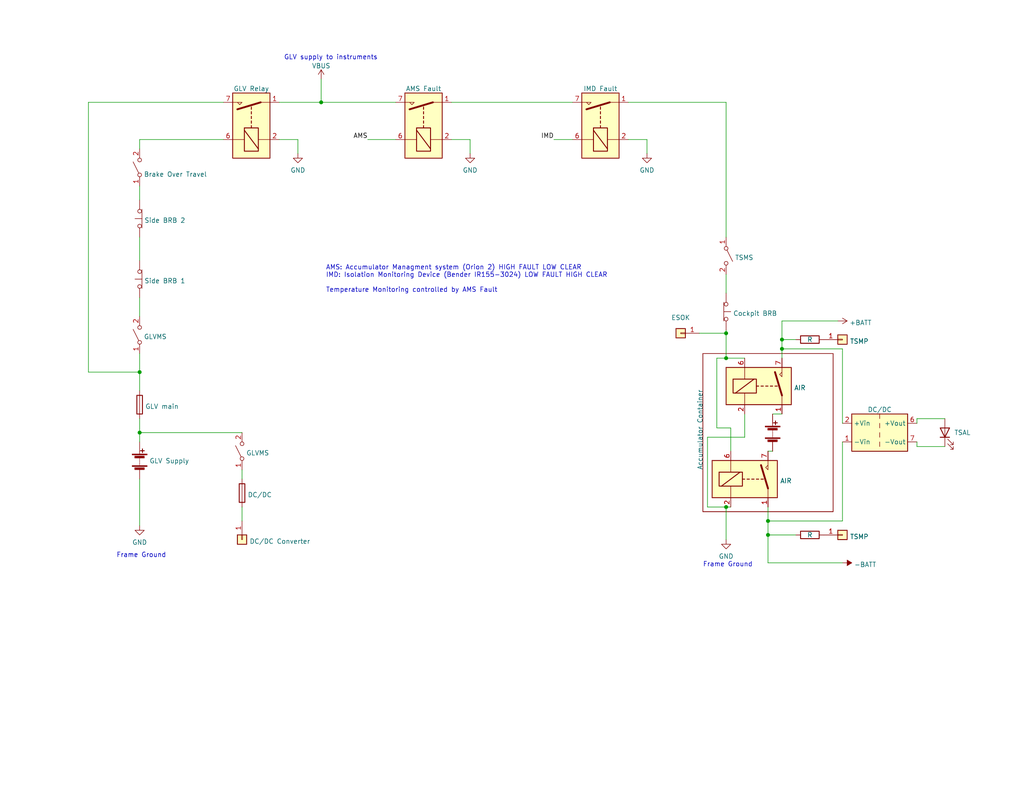
<source format=kicad_sch>
(kicad_sch (version 20211123) (generator eeschema)
  (paper "A")
  (lib_symbols
    (symbol "Connector_Generic:Conn_01x01" (pin_names (offset 1.016) hide)
      (property "Reference" "J" (at 0 2.54 0))
      (property "Value" "Conn_01x01" (at 0 -2.54 0))
      (symbol "Conn_01x01_1_1"
        (rectangle (start -1.27 0.127) (end 0 -0.127) (stroke (width 0.1524)))
        (rectangle (start -1.27 1.27) (end 1.27 -1.27) (stroke (width 0.254)) (fill (type background)))
        (pin passive line (at -5.08 0 0) (length 3.81) (name "Pin_1") (number "1"))
      )
    )
    (symbol "Converter_DCDC:ITX0512SA"
      (property "Reference" "PS" (at -7.62 6.35 0))
      (property "Value" "ITX0512SA" (at 1.27 6.35 0))
      (symbol "ITX0512SA_0_0"
        (pin power_in line (at -10.16 -2.54 0) (length 2.54) (name "-Vin") (number "1"))
        (pin power_in line (at -10.16 2.54 0) (length 2.54) (name "+Vin") (number "2"))
        (pin power_out line (at 10.16 2.54 180) (length 2.54) (name "+Vout") (number "6"))
        (pin power_out line (at 10.16 -2.54 180) (length 2.54) (name "-Vout") (number "7"))
        (pin no_connect line (at 7.62 0 180) (length 2.54) hide (name "NC") (number "8"))
      )
      (symbol "ITX0512SA_0_1"
        (rectangle (start -7.62 5.08) (end 7.62 -5.08) (stroke (width 0.254)) (fill (type background)))
        (polyline (pts (xy 0 -2.54) (xy 0 -3.81)))
        (polyline (pts (xy 0 0) (xy 0 -1.27)))
        (polyline (pts (xy 0 2.54) (xy 0 1.27)))
        (polyline (pts (xy 0 5.08) (xy 0 3.81)))
      )
    )
    (symbol "Device:Battery" (pin_numbers hide) (pin_names (offset 0) hide)
      (property "Reference" "BT" (at 2.54 2.54 0))
      (property "Value" "Battery" (at 2.54 0 0))
      (symbol "Battery_0_1"
        (rectangle (start -2.032 -1.397) (end 2.032 -1.651) (fill (type outline)))
        (rectangle (start -2.032 1.778) (end 2.032 1.524) (fill (type outline)))
        (rectangle (start -1.3208 -1.9812) (end 1.27 -2.4892) (fill (type outline)))
        (rectangle (start -1.3208 1.1938) (end 1.27 0.6858) (fill (type outline)))
        (polyline (pts (xy 0 -1.524) (xy 0 -1.27)))
        (polyline (pts (xy 0 -1.016) (xy 0 -0.762)))
        (polyline (pts (xy 0 -0.508) (xy 0 -0.254)))
        (polyline (pts (xy 0 0) (xy 0 0.254)))
        (polyline (pts (xy 0 0.508) (xy 0 0.762)))
        (polyline (pts (xy 0 1.778) (xy 0 2.54)))
        (polyline (pts (xy 0.254 2.667) (xy 1.27 2.667)) (stroke (width 0.254)))
        (polyline (pts (xy 0.762 3.175) (xy 0.762 2.159)) (stroke (width 0.254)))
      )
      (symbol "Battery_1_1"
        (pin passive line (at 0 5.08 270) (length 2.54) (name "+") (number "1"))
        (pin passive line (at 0 -5.08 90) (length 2.54) (name "-") (number "2"))
      )
    )
    (symbol "Device:Fuse" (pin_numbers hide) (pin_names (offset 0))
      (property "Reference" "F" (at 2.032 0 90))
      (property "Value" "Fuse" (at -1.905 0 90))
      (symbol "Fuse_0_1"
        (rectangle (start -0.762 -2.54) (end 0.762 2.54) (stroke (width 0.254)))
        (polyline (pts (xy 0 2.54) (xy 0 -2.54)))
      )
      (symbol "Fuse_1_1"
        (pin passive line (at 0 3.81 270) (length 1.27) (name "~") (number "1"))
        (pin passive line (at 0 -3.81 90) (length 1.27) (name "~") (number "2"))
      )
    )
    (symbol "Device:LED" (pin_numbers hide) (pin_names (offset 1.016) hide)
      (property "Reference" "D" (at 0 2.54 0))
      (property "Value" "LED" (at 0 -2.54 0))
      (symbol "LED_0_1"
        (polyline (pts (xy -1.27 -1.27) (xy -1.27 1.27)) (stroke (width 0.254)))
        (polyline (pts (xy -1.27 0) (xy 1.27 0)))
        (polyline (pts (xy 1.27 -1.27) (xy 1.27 1.27) (xy -1.27 0) (xy 1.27 -1.27)) (stroke (width 0.254)))
        (polyline (pts (xy -3.048 -0.762) (xy -4.572 -2.286) (xy -3.81 -2.286) (xy -4.572 -2.286) (xy -4.572 -1.524)))
        (polyline (pts (xy -1.778 -0.762) (xy -3.302 -2.286) (xy -2.54 -2.286) (xy -3.302 -2.286) (xy -3.302 -1.524)))
      )
      (symbol "LED_1_1"
        (pin passive line (at -3.81 0 0) (length 2.54) (name "K") (number "1"))
        (pin passive line (at 3.81 0 180) (length 2.54) (name "A") (number "2"))
      )
    )
    (symbol "Device:R" (pin_numbers hide) (pin_names (offset 0))
      (property "Reference" "R" (at 2.032 0 90))
      (property "Value" "R" (at 0 0 90))
      (symbol "R_0_1"
        (rectangle (start -1.016 -2.54) (end 1.016 2.54) (stroke (width 0.254)))
      )
      (symbol "R_1_1"
        (pin passive line (at 0 3.81 270) (length 1.27) (name "~") (number "1"))
        (pin passive line (at 0 -3.81 90) (length 1.27) (name "~") (number "2"))
      )
    )
    (symbol "Relay:DIPxx-1Axx-11x"
      (property "Reference" "K" (at 8.89 3.81 0))
      (property "Value" "DIPxx-1Axx-11x" (at 8.89 1.27 0))
      (symbol "DIPxx-1Axx-11x_0_0"
        (polyline (pts (xy 5.08 5.08) (xy 5.08 2.54) (xy 4.445 3.175) (xy 5.08 3.81)))
      )
      (symbol "DIPxx-1Axx-11x_0_1"
        (rectangle (start -10.16 5.08) (end 7.62 -5.08) (stroke (width 0.254)) (fill (type background)))
        (rectangle (start -8.255 1.905) (end -1.905 -1.905) (stroke (width 0.254)))
        (polyline (pts (xy -7.62 -1.905) (xy -2.54 1.905)) (stroke (width 0.254)))
        (polyline (pts (xy -5.08 -5.08) (xy -5.08 -1.905)))
        (polyline (pts (xy -5.08 5.08) (xy -5.08 1.905)))
        (polyline (pts (xy -1.905 0) (xy -1.27 0)) (stroke (width 0.254)))
        (polyline (pts (xy -0.635 0) (xy 0 0)) (stroke (width 0.254)))
        (polyline (pts (xy 0.635 0) (xy 1.27 0)) (stroke (width 0.254)))
        (polyline (pts (xy 1.905 0) (xy 2.54 0)) (stroke (width 0.254)))
        (polyline (pts (xy 3.175 0) (xy 3.81 0)) (stroke (width 0.254)))
        (polyline (pts (xy 5.08 -2.54) (xy 3.175 3.81)) (stroke (width 0.508)))
        (polyline (pts (xy 5.08 -2.54) (xy 5.08 -5.08)))
      )
      (symbol "DIPxx-1Axx-11x_1_1"
        (pin passive line (at 5.08 -7.62 90) (length 2.54) (name "~") (number "1"))
        (pin passive line (at 5.08 -7.62 90) (length 2.54) hide (name "~") (number "14"))
        (pin passive line (at -5.08 -7.62 90) (length 2.54) (name "~") (number "2"))
        (pin passive line (at -5.08 7.62 270) (length 2.54) (name "~") (number "6"))
        (pin passive line (at 5.08 7.62 270) (length 2.54) (name "~") (number "7"))
        (pin passive line (at 5.08 7.62 270) (length 2.54) hide (name "~") (number "8"))
      )
    )
    (symbol "Switch:SW_Push_Open" (pin_numbers hide) (pin_names (offset 1.016) hide)
      (property "Reference" "SW" (at 0 2.54 0))
      (property "Value" "SW_Push_Open" (at 0 -1.905 0))
      (symbol "SW_Push_Open_0_1"
        (circle (center -2.032 0) (radius 0.508))
        (polyline (pts (xy -2.54 -0.635) (xy 2.54 -0.635)))
        (polyline (pts (xy 0 -0.635) (xy 0 1.27)))
        (circle (center 2.032 0) (radius 0.508))
        (pin passive line (at -5.08 0 0) (length 2.54) (name "A") (number "1"))
      )
      (symbol "SW_Push_Open_1_1"
        (pin passive line (at 5.08 0 180) (length 2.54) (name "B") (number "2"))
      )
    )
    (symbol "Switch:SW_SPST" (pin_names (offset 0) hide)
      (property "Reference" "SW" (at 0 3.175 0))
      (property "Value" "SW_SPST" (at 0 -2.54 0))
      (symbol "SW_SPST_0_0"
        (circle (center -2.032 0) (radius 0.508))
        (polyline (pts (xy -1.524 0.254) (xy 1.524 1.778)))
        (circle (center 2.032 0) (radius 0.508))
      )
      (symbol "SW_SPST_1_1"
        (pin passive line (at -5.08 0 0) (length 2.54) (name "A") (number "1"))
        (pin passive line (at 5.08 0 180) (length 2.54) (name "B") (number "2"))
      )
    )
    (symbol "power:+BATT" (power) (pin_names (offset 0))
      (property "Value" "+BATT" (at 0 3.556 0))
      (symbol "+BATT_0_1"
        (polyline (pts (xy -0.762 1.27) (xy 0 2.54)))
        (polyline (pts (xy 0 0) (xy 0 2.54)))
        (polyline (pts (xy 0 2.54) (xy 0.762 1.27)))
      )
      (symbol "+BATT_1_1"
        (pin power_in line (at 0 0 90) (length 0) hide (name "+BATT") (number "1"))
      )
    )
    (symbol "power:-BATT" (power) (pin_names (offset 0))
      (property "Value" "-BATT" (at 0 3.556 0))
      (symbol "-BATT_0_1"
        (polyline (pts (xy 0 0) (xy 0 2.54)))
        (polyline (pts (xy 0.762 1.27) (xy -0.762 1.27) (xy 0 2.54) (xy 0.762 1.27)) (fill (type outline)))
      )
      (symbol "-BATT_1_1"
        (pin power_in line (at 0 0 90) (length 0) hide (name "-BATT") (number "1"))
      )
    )
    (symbol "power:GND" (power) (pin_names (offset 0))
      (property "Value" "GND" (at 0 -3.81 0))
      (symbol "GND_0_1"
        (polyline (pts (xy 0 0) (xy 0 -1.27) (xy 1.27 -1.27) (xy 0 -2.54) (xy -1.27 -1.27) (xy 0 -1.27)))
      )
      (symbol "GND_1_1"
        (pin power_in line (at 0 0 270) (length 0) hide (name "GND") (number "1"))
      )
    )
    (symbol "power:VBUS" (power) (pin_names (offset 0))
      (property "Value" "VBUS" (at 0 3.81 0))
      (symbol "VBUS_0_1"
        (polyline (pts (xy -0.762 1.27) (xy 0 2.54)))
        (polyline (pts (xy 0 0) (xy 0 2.54)))
        (polyline (pts (xy 0 2.54) (xy 0.762 1.27)))
      )
      (symbol "VBUS_1_1"
        (pin power_in line (at 0 0 90) (length 0) hide (name "VBUS") (number "1"))
      )
    )
  )
  (junction (at 38.1 118.11))
  (junction (at 209.55 146.05))
  (junction (at 213.36 92.71))
  (junction (at 209.55 142.24))
  (junction (at 198.12 90.9828))
  (junction (at 213.36 95.25))
  (junction (at 87.63 27.94))
  (junction (at 198.12 97.79))
  (junction (at 198.12 138.43))
  (junction (at 38.1 101.6))
  (wire (pts (xy 76.2 38.1) (xy 81.28 38.1)))
  (wire (pts (xy 250.19 121.92) (xy 257.81 121.92)))
  (wire (pts (xy 171.45 27.94) (xy 198.12 27.94)))
  (wire (pts (xy 38.1 38.1) (xy 38.1 40.64)))
  (wire (pts (xy 195.58 116.84) (xy 195.58 97.79)))
  (wire (pts (xy 199.39 116.84) (xy 195.58 116.84)))
  (wire (pts (xy 250.19 115.57) (xy 250.19 114.3)))
  (wire (pts (xy 38.1 114.3) (xy 38.1 118.11)))
  (wire (pts (xy 213.36 92.71) (xy 217.17 92.71)))
  (wire (pts (xy 198.12 138.43) (xy 198.12 147.32)))
  (wire (pts (xy 199.39 123.19) (xy 199.39 116.84)))
  (wire (pts (xy 250.19 114.3) (xy 257.81 114.3)))
  (wire (pts (xy 250.19 120.65) (xy 250.19 121.92)))
  (wire (pts (xy 198.12 138.43) (xy 199.39 138.43)))
  (wire (pts (xy 87.63 21.59) (xy 87.63 27.94)))
  (wire (pts (xy 123.19 38.1) (xy 128.27 38.1)))
  (wire (pts (xy 229.87 153.67) (xy 209.55 153.67)))
  (wire (pts (xy 213.36 95.25) (xy 213.36 97.79)))
  (wire (pts (xy 81.28 38.1) (xy 81.28 41.91)))
  (wire (pts (xy 38.1 130.81) (xy 38.1 143.51)))
  (wire (pts (xy 209.55 138.43) (xy 209.55 142.24)))
  (wire (pts (xy 209.55 153.67) (xy 209.55 146.05)))
  (wire (pts (xy 209.55 146.05) (xy 217.17 146.05)))
  (wire (pts (xy 38.1 50.8) (xy 38.1 54.61)))
  (wire (pts (xy 203.2 113.03) (xy 203.2 119.38)))
  (wire (pts (xy 193.04 119.38) (xy 193.04 138.43)))
  (wire (pts (xy 123.19 27.94) (xy 156.21 27.94)))
  (wire (pts (xy 60.96 38.1) (xy 38.1 38.1)))
  (wire (pts (xy 228.6 87.63) (xy 213.36 87.63)))
  (wire (pts (xy 198.12 90.9828) (xy 198.12 97.79)))
  (wire (pts (xy 229.87 115.57) (xy 229.87 95.25)))
  (wire (pts (xy 100.33 38.1) (xy 107.95 38.1)))
  (wire (pts (xy 151.13 38.1) (xy 156.21 38.1)))
  (wire (pts (xy 198.12 27.94) (xy 198.12 64.77)))
  (wire (pts (xy 193.04 138.43) (xy 198.12 138.43)))
  (wire (pts (xy 190.8048 90.9828) (xy 198.12 90.9828)))
  (wire (pts (xy 66.04 118.11) (xy 38.1 118.11)))
  (wire (pts (xy 38.1 64.77) (xy 38.1 71.12)))
  (wire (pts (xy 66.04 128.27) (xy 66.04 130.81)))
  (wire (pts (xy 210.82 113.03) (xy 213.36 113.03)))
  (wire (pts (xy 198.12 97.79) (xy 203.2 97.79)))
  (wire (pts (xy 176.53 38.1) (xy 176.53 41.91)))
  (wire (pts (xy 24.13 27.94) (xy 24.13 101.6)))
  (wire (pts (xy 38.1 81.28) (xy 38.1 86.36)))
  (wire (pts (xy 213.36 95.25) (xy 213.36 92.71)))
  (wire (pts (xy 229.87 95.25) (xy 213.36 95.25)))
  (wire (pts (xy 87.63 27.94) (xy 107.95 27.94)))
  (wire (pts (xy 198.12 90.17) (xy 198.12 90.9828)))
  (wire (pts (xy 38.1 118.11) (xy 38.1 120.65)))
  (wire (pts (xy 229.87 120.65) (xy 229.87 142.24)))
  (wire (pts (xy 198.12 74.93) (xy 198.12 80.01)))
  (wire (pts (xy 203.2 119.38) (xy 193.04 119.38)))
  (wire (pts (xy 24.13 101.6) (xy 38.1 101.6)))
  (wire (pts (xy 128.27 38.1) (xy 128.27 41.91)))
  (wire (pts (xy 213.36 87.63) (xy 213.36 92.71)))
  (wire (pts (xy 76.2 27.94) (xy 87.63 27.94)))
  (wire (pts (xy 171.45 38.1) (xy 176.53 38.1)))
  (wire (pts (xy 38.1 96.52) (xy 38.1 101.6)))
  (wire (pts (xy 195.58 97.79) (xy 198.12 97.79)))
  (wire (pts (xy 38.1 101.6) (xy 38.1 106.68)))
  (wire (pts (xy 209.55 123.19) (xy 210.82 123.19)))
  (wire (pts (xy 229.87 142.24) (xy 209.55 142.24)))
  (wire (pts (xy 24.13 27.94) (xy 60.96 27.94)))
  (wire (pts (xy 209.55 142.24) (xy 209.55 146.05)))
  (wire (pts (xy 66.04 138.43) (xy 66.04 142.24)))
  (text "Frame Ground\n" (at 31.75 152.4 0) (effects (font (size 1.27 1.27)) (justify left bottom)))
  (text "AMS: Accumulator Managment system (Orion 2) HIGH FAULT LOW CLEAR\nIMD: Isolation Monitoring Device (Bender IR155-3024) LOW FAULT HIGH CLEAR\n\nTemperature Monitoring controlled by AMS Fault\n" (at 88.9 80.01 0) (effects (font (size 1.27 1.27)) (justify left bottom)))
  (text "GLV supply to instruments\n" (at 77.47 16.51 0) (effects (font (size 1.27 1.27)) (justify left bottom)))
  (text "Frame Ground\n" (at 191.77 154.94 0) (effects (font (size 1.27 1.27)) (justify left bottom)))
  (label "IMD" (at 151.13 38.1 180))
  (label "AMS" (at 100.33 38.1 180))
  (symbol (lib_id "power:-BATT") (at 229.87 153.67 270) (unit 1)
    (property "Reference" "#PWR?" (effects hide))
    (property "Value" "-BATT" (at 233.045 154.149 90) (effects (justify left)))
  )
  (symbol (lib_id "Relay:DIPxx-1Axx-11x") (at 204.47 130.81 0) (unit 1)
    (property "Reference" "K?" (effects hide))
    (property "Value" "AIR" (at 212.852 131.289 0) (effects (justify left)))
    (property "Footprint" "Relay_THT:Relay_StandexMeder_DIP_LowProfile" (effects hide))
    (property "Datasheet" "https://standexelectronics.com/wp-content/uploads/datasheet_reed_relay_DIP.pdf" (effects hide))
  )
  (symbol (lib_id "Device:Battery") (at 38.1 125.73 0) (unit 1)
    (property "Reference" "BT?" (effects hide))
    (property "Value" "GLV Supply" (at 40.767 125.828 0) (effects (justify left)))
  )
  (symbol (lib_id "power:GND") (at 81.28 41.91 0) (unit 1)
    (property "Reference" "#PWR?" (effects hide))
    (property "Value" "GND" (at 81.28 46.4725 0))
  )
  (symbol (lib_id "Relay:DIPxx-1Axx-11x") (at 68.58 33.02 90) (unit 1)
    (property "Reference" "K?" (effects hide))
    (property "Value" "GLV Relay" (at 68.58 24.2085 90))
    (property "Footprint" "Relay_THT:Relay_StandexMeder_DIP_LowProfile" (effects hide))
    (property "Datasheet" "https://standexelectronics.com/wp-content/uploads/datasheet_reed_relay_DIP.pdf" (effects hide))
  )
  (symbol (lib_id "power:VBUS") (at 87.63 21.59 0) (unit 1)
    (property "Reference" "#PWR?" (effects hide))
    (property "Value" "VBUS" (at 87.63 17.9855 0))
  )
  (symbol (lib_id "Relay:DIPxx-1Axx-11x") (at 208.28 105.41 0) (unit 1)
    (property "Reference" "K?" (effects hide))
    (property "Value" "AIR" (at 216.662 105.889 0) (effects (justify left)))
    (property "Footprint" "Relay_THT:Relay_StandexMeder_DIP_LowProfile" (effects hide))
    (property "Datasheet" "https://standexelectronics.com/wp-content/uploads/datasheet_reed_relay_DIP.pdf" (effects hide))
  )
  (symbol (lib_id "Device:Fuse") (at 66.04 134.62 0) (unit 1)
    (property "Reference" "F?" (effects hide))
    (property "Value" "DC/DC " (at 67.564 135.099 0) (effects (justify left)))
  )
  (symbol (lib_id "Relay:DIPxx-1Axx-11x") (at 115.57 33.02 90) (unit 1)
    (property "Reference" "K?" (effects hide))
    (property "Value" "AMS Fault" (at 115.57 24.2085 90))
    (property "Footprint" "Relay_THT:Relay_StandexMeder_DIP_LowProfile" (effects hide))
    (property "Datasheet" "https://standexelectronics.com/wp-content/uploads/datasheet_reed_relay_DIP.pdf" (effects hide))
  )
  (symbol (lib_id "power:GND") (at 176.53 41.91 0) (unit 1)
    (property "Reference" "#PWR?" (effects hide))
    (property "Value" "GND" (at 176.53 46.4725 0))
  )
  (symbol (lib_id "Connector_Generic:Conn_01x01") (at 229.87 92.71 0) (unit 1)
    (property "Reference" "J?" (effects hide))
    (property "Value" "TSMP" (at 231.902 93.189 0) (effects (justify left)))
  )
  (symbol (lib_id "Switch:SW_Push_Open") (at 198.12 85.09 270) (unit 1)
    (property "Reference" "SW?" (effects hide))
    (property "Value" "Cockpit BRB" (at 200.025 85.569 90) (effects (justify left)))
  )
  (symbol (lib_id "Device:Fuse") (at 38.1 110.49 0) (unit 1)
    (property "Reference" "F?" (effects hide))
    (property "Value" "GLV main" (at 39.624 110.969 0) (effects (justify left)))
  )
  (symbol (lib_id "Connector_Generic:Conn_01x01") (at 229.87 146.05 0) (unit 1)
    (property "Reference" "J?" (effects hide))
    (property "Value" "TSMP" (at 231.902 146.529 0) (effects (justify left)))
  )
  (symbol (lib_id "Switch:SW_SPST") (at 66.04 123.19 90) (unit 1)
    (property "Reference" "SW?" (effects hide))
    (property "Value" "GLVMS" (at 67.183 123.669 90) (effects (justify right)))
  )
  (symbol (lib_id "Connector_Generic:Conn_01x01") (at 66.04 147.32 270) (unit 1)
    (property "Reference" "J?" (effects hide))
    (property "Value" "DC/DC Converter" (at 68.072 147.799 90) (effects (justify left)))
  )
  (symbol (lib_id "Switch:SW_SPST") (at 38.1 45.72 90) (unit 1)
    (property "Reference" "SW?" (effects hide))
    (property "Value" "Brake Over Travel" (at 39.243 47.5866 90) (effects (justify right)))
  )
  (symbol (lib_id "Switch:SW_SPST") (at 38.1 91.44 90) (unit 1)
    (property "Reference" "SW?" (effects hide))
    (property "Value" "GLVMS" (at 39.243 91.919 90) (effects (justify right)))
  )
  (symbol (lib_id "Device:Battery") (at 210.82 118.11 0) (unit 1)
    (property "Reference" "BT?" (effects hide))
    (property "Value" "Battery" (effects hide))
  )
  (symbol (lib_id "Device:LED") (at 257.81 118.11 90) (unit 1)
    (property "Reference" "D?" (effects hide))
    (property "Value" "TSAL" (at 260.35 118.11 90) (effects (justify right)))
  )
  (symbol (lib_id "Connector_Generic:Conn_01x01") (at 185.7248 90.9828 180) (unit 1)
    (property "Reference" "J?" (effects hide))
    (property "Value" "ESOK" (at 185.7248 86.7156 0))
  )
  (symbol (lib_id "Switch:SW_SPST") (at 198.12 69.85 270) (unit 1)
    (property "Reference" "SW?" (effects hide))
    (property "Value" "TSMS" (at 200.533 70.329 90) (effects (justify left)))
  )
  (symbol (lib_id "Relay:DIPxx-1Axx-11x") (at 163.83 33.02 90) (unit 1)
    (property "Reference" "K?" (effects hide))
    (property "Value" "IMD Fault" (at 163.83 24.2085 90))
    (property "Footprint" "Relay_THT:Relay_StandexMeder_DIP_LowProfile" (effects hide))
    (property "Datasheet" "https://standexelectronics.com/wp-content/uploads/datasheet_reed_relay_DIP.pdf" (effects hide))
  )
  (symbol (lib_id "power:GND") (at 38.1 143.51 0) (unit 1)
    (property "Reference" "#PWR?" (effects hide))
    (property "Value" "GND" (at 38.1 148.0725 0))
  )
  (symbol (lib_id "power:GND") (at 198.12 147.32 0) (unit 1)
    (property "Reference" "#PWR?" (effects hide))
    (property "Value" "GND" (at 198.12 151.8825 0))
  )
  (symbol (lib_id "Switch:SW_Push_Open") (at 38.1 76.2 90) (unit 1)
    (property "Reference" "SW?" (effects hide))
    (property "Value" "Side BRB 1" (at 39.37 76.679 90) (effects (justify right)))
  )
  (symbol (lib_id "power:+BATT") (at 228.6 87.63 270) (unit 1)
    (property "Reference" "#PWR?" (effects hide))
    (property "Value" "+BATT" (at 231.775 88.109 90) (effects (justify left)))
  )
  (symbol (lib_id "Device:R") (at 220.98 146.05 90) (unit 1)
    (property "Reference" "R?" (effects hide))
    (property "Value" "R" (at 220.98 146.05 90))
  )
  (symbol (lib_id "Converter_DCDC:ITX0512SA") (at 240.03 118.11 0) (unit 1)
    (property "Reference" "PS?" (effects hide))
    (property "Value" "DC/DC" (at 240.03 111.8386 0))
    (property "Footprint" "Converter_DCDC:Converter_DCDC_XP_POWER-ITXxxxxSA_THT" (effects hide))
    (property "Datasheet" "https://www.xppower.com/pdfs/SF_ITX.pdf" (effects hide))
  )
  (symbol (lib_id "Device:R") (at 220.98 92.71 90) (unit 1)
    (property "Reference" "R?" (effects hide))
    (property "Value" "R" (at 220.98 92.71 90))
  )
  (symbol (lib_id "power:GND") (at 128.27 41.91 0) (unit 1)
    (property "Reference" "#PWR?" (effects hide))
    (property "Value" "GND" (at 128.27 46.4725 0))
  )
  (symbol (lib_id "Switch:SW_Push_Open") (at 38.1 59.69 90) (unit 1)
    (property "Reference" "SW?" (effects hide))
    (property "Value" "Side BRB 2" (at 39.37 60.169 90) (effects (justify right)))
  )
  (sheet (at 191.77 96.52) (size 35.56 43.18) (stroke (width 0.1524))
    (property "Sheet name" "Accumulator Container" (at 191.77 128.27 90) (effects (justify left bottom)))
    (property "Sheet file" "Accumulator_Container.kicad_sch" (effects hide))
  )
)
</source>
